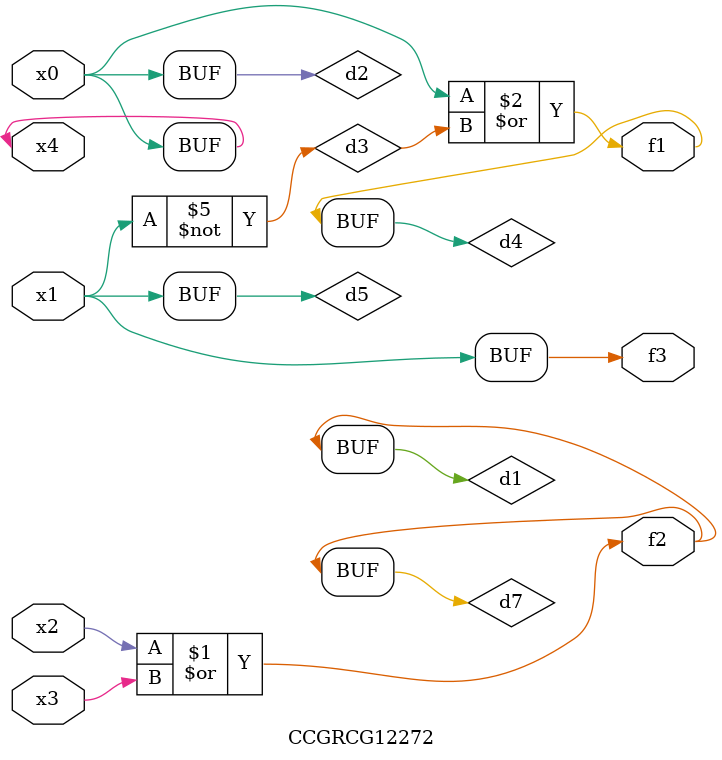
<source format=v>
module CCGRCG12272(
	input x0, x1, x2, x3, x4,
	output f1, f2, f3
);

	wire d1, d2, d3, d4, d5, d6, d7;

	or (d1, x2, x3);
	buf (d2, x0, x4);
	not (d3, x1);
	or (d4, d2, d3);
	not (d5, d3);
	nand (d6, d1, d3);
	or (d7, d1);
	assign f1 = d4;
	assign f2 = d7;
	assign f3 = d5;
endmodule

</source>
